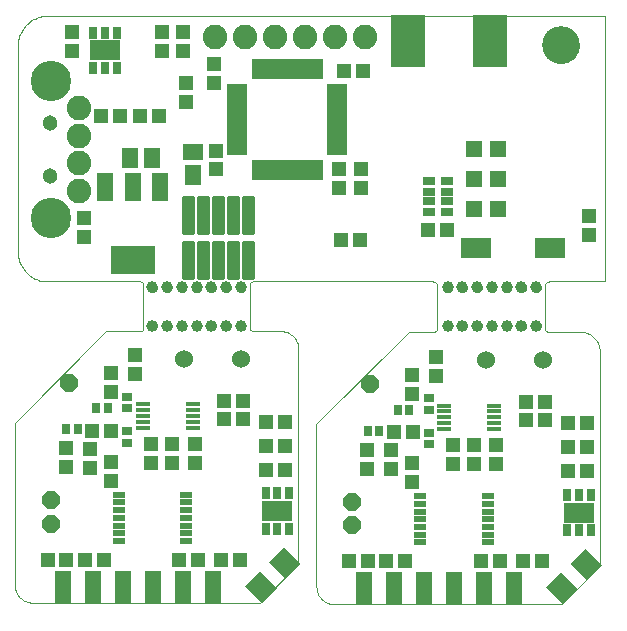
<source format=gts>
G75*
%MOIN*%
%OFA0B0*%
%FSLAX24Y24*%
%IPPOS*%
%LPD*%
%AMOC8*
5,1,8,0,0,1.08239X$1,22.5*
%
%ADD10C,0.0000*%
%ADD11C,0.1261*%
%ADD12C,0.0395*%
%ADD13R,0.0434X0.0218*%
%ADD14R,0.0474X0.0178*%
%ADD15R,0.0474X0.0454*%
%ADD16C,0.0600*%
%ADD17OC8,0.0595*%
%ADD18R,0.0454X0.0474*%
%ADD19R,0.0710X0.0790*%
%ADD20R,0.0257X0.0395*%
%ADD21R,0.1025X0.0671*%
%ADD22R,0.0312X0.0363*%
%ADD23R,0.0363X0.0312*%
%ADD24R,0.0580X0.1080*%
%ADD25R,0.0671X0.0198*%
%ADD26R,0.0198X0.0671*%
%ADD27R,0.0580X0.0330*%
%ADD28R,0.0330X0.0580*%
%ADD29C,0.0820*%
%ADD30R,0.0552X0.0552*%
%ADD31R,0.0395X0.0316*%
%ADD32R,0.0395X0.0277*%
%ADD33C,0.0128*%
%ADD34C,0.1346*%
%ADD35C,0.0513*%
%ADD36R,0.0533X0.0651*%
%ADD37R,0.0560X0.0960*%
%ADD38R,0.1497X0.0946*%
%ADD39R,0.1130X0.1730*%
%ADD40R,0.0986X0.0710*%
%ADD41OC8,0.0611*%
D10*
X005948Y000850D02*
X005948Y006275D01*
X008998Y009325D01*
X010153Y009325D01*
X010168Y009326D01*
X010182Y009331D01*
X010196Y009338D01*
X010207Y009348D01*
X010217Y009359D01*
X010224Y009373D01*
X010229Y009387D01*
X010230Y009402D01*
X010229Y009402D02*
X010229Y010880D01*
X010228Y010897D01*
X010223Y010914D01*
X010216Y010929D01*
X010206Y010943D01*
X010194Y010955D01*
X010180Y010965D01*
X010165Y010972D01*
X010148Y010977D01*
X010131Y010978D01*
X007031Y010978D01*
X007031Y010979D02*
X006969Y010981D01*
X006908Y010987D01*
X006847Y010996D01*
X006786Y011010D01*
X006727Y011027D01*
X006669Y011048D01*
X006612Y011073D01*
X006557Y011101D01*
X006504Y011132D01*
X006453Y011167D01*
X006404Y011205D01*
X006357Y011246D01*
X006314Y011289D01*
X006273Y011336D01*
X006235Y011385D01*
X006200Y011436D01*
X006169Y011489D01*
X006141Y011544D01*
X006116Y011601D01*
X006095Y011659D01*
X006078Y011718D01*
X006064Y011779D01*
X006055Y011840D01*
X006049Y011901D01*
X006047Y011963D01*
X006046Y011963D02*
X006046Y018852D01*
X006047Y018852D02*
X006049Y018914D01*
X006055Y018975D01*
X006064Y019036D01*
X006078Y019097D01*
X006095Y019156D01*
X006116Y019214D01*
X006141Y019271D01*
X006169Y019326D01*
X006200Y019379D01*
X006235Y019430D01*
X006273Y019479D01*
X006314Y019526D01*
X006357Y019569D01*
X006404Y019610D01*
X006453Y019648D01*
X006504Y019683D01*
X006557Y019714D01*
X006612Y019742D01*
X006669Y019767D01*
X006727Y019788D01*
X006786Y019805D01*
X006847Y019819D01*
X006908Y019828D01*
X006969Y019834D01*
X007031Y019836D01*
X007031Y019837D02*
X025633Y019837D01*
X025633Y010978D01*
X023763Y010978D01*
X023763Y010979D02*
X023740Y010977D01*
X023717Y010972D01*
X023696Y010963D01*
X023676Y010951D01*
X023658Y010936D01*
X023643Y010918D01*
X023631Y010898D01*
X023622Y010877D01*
X023617Y010854D01*
X023615Y010831D01*
X023615Y009404D01*
X023616Y009404D02*
X023617Y009387D01*
X023622Y009370D01*
X023629Y009355D01*
X023639Y009341D01*
X023651Y009329D01*
X023665Y009319D01*
X023680Y009312D01*
X023697Y009307D01*
X023714Y009306D01*
X023714Y009305D02*
X024796Y009305D01*
X024844Y009303D01*
X024891Y009298D01*
X024938Y009289D01*
X024985Y009277D01*
X025030Y009261D01*
X025074Y009242D01*
X025116Y009219D01*
X025157Y009194D01*
X025195Y009165D01*
X025231Y009134D01*
X025265Y009100D01*
X025296Y009064D01*
X025325Y009026D01*
X025350Y008985D01*
X025373Y008943D01*
X025392Y008899D01*
X025408Y008854D01*
X025420Y008807D01*
X025429Y008760D01*
X025434Y008713D01*
X025436Y008665D01*
X025436Y001488D01*
X024173Y000225D01*
X016573Y000225D01*
X016528Y000227D01*
X016483Y000232D01*
X016439Y000241D01*
X016395Y000253D01*
X016353Y000269D01*
X016312Y000288D01*
X016273Y000310D01*
X016235Y000335D01*
X016200Y000363D01*
X016166Y000393D01*
X016136Y000427D01*
X016108Y000462D01*
X016083Y000500D01*
X016061Y000539D01*
X016042Y000580D01*
X016026Y000622D01*
X016014Y000666D01*
X016005Y000710D01*
X016000Y000755D01*
X015998Y000800D01*
X015998Y006225D01*
X019078Y009305D01*
X019924Y009305D01*
X019924Y009306D02*
X019941Y009307D01*
X019958Y009312D01*
X019973Y009319D01*
X019987Y009329D01*
X019999Y009341D01*
X020009Y009355D01*
X020016Y009370D01*
X020021Y009387D01*
X020022Y009404D01*
X020023Y009404D02*
X020023Y010831D01*
X020021Y010854D01*
X020016Y010877D01*
X020007Y010898D01*
X019995Y010918D01*
X019980Y010936D01*
X019962Y010951D01*
X019942Y010963D01*
X019921Y010972D01*
X019898Y010977D01*
X019875Y010979D01*
X019875Y010978D02*
X013871Y010978D01*
X013871Y010979D02*
X013854Y010977D01*
X013837Y010973D01*
X013821Y010966D01*
X013807Y010956D01*
X013794Y010943D01*
X013784Y010929D01*
X013777Y010913D01*
X013773Y010896D01*
X013771Y010879D01*
X013771Y009451D01*
X013773Y009431D01*
X013777Y009412D01*
X013785Y009394D01*
X013795Y009377D01*
X013808Y009362D01*
X013823Y009349D01*
X013840Y009339D01*
X013858Y009331D01*
X013877Y009327D01*
X013897Y009325D01*
X014798Y009325D01*
X014845Y009323D01*
X014892Y009318D01*
X014938Y009308D01*
X014983Y009296D01*
X015028Y009279D01*
X015070Y009260D01*
X015111Y009237D01*
X015151Y009210D01*
X015188Y009181D01*
X015222Y009149D01*
X015254Y009115D01*
X015283Y009078D01*
X015310Y009038D01*
X015333Y008997D01*
X015352Y008955D01*
X015369Y008910D01*
X015381Y008865D01*
X015391Y008819D01*
X015396Y008772D01*
X015398Y008725D01*
X015398Y001550D01*
X014123Y000275D01*
X006523Y000275D01*
X006478Y000277D01*
X006433Y000282D01*
X006389Y000291D01*
X006345Y000303D01*
X006303Y000319D01*
X006262Y000338D01*
X006223Y000360D01*
X006185Y000385D01*
X006150Y000413D01*
X006116Y000443D01*
X006086Y000477D01*
X006058Y000512D01*
X006033Y000550D01*
X006011Y000589D01*
X005992Y000630D01*
X005976Y000672D01*
X005964Y000716D01*
X005955Y000760D01*
X005950Y000805D01*
X005948Y000850D01*
X010368Y009502D02*
X010370Y009527D01*
X010376Y009551D01*
X010385Y009573D01*
X010398Y009594D01*
X010414Y009613D01*
X010433Y009629D01*
X010454Y009642D01*
X010476Y009651D01*
X010500Y009657D01*
X010525Y009659D01*
X010550Y009657D01*
X010574Y009651D01*
X010596Y009642D01*
X010617Y009629D01*
X010636Y009613D01*
X010652Y009594D01*
X010665Y009573D01*
X010674Y009551D01*
X010680Y009527D01*
X010682Y009502D01*
X010680Y009477D01*
X010674Y009453D01*
X010665Y009431D01*
X010652Y009410D01*
X010636Y009391D01*
X010617Y009375D01*
X010596Y009362D01*
X010574Y009353D01*
X010550Y009347D01*
X010525Y009345D01*
X010500Y009347D01*
X010476Y009353D01*
X010454Y009362D01*
X010433Y009375D01*
X010414Y009391D01*
X010398Y009410D01*
X010385Y009431D01*
X010376Y009453D01*
X010370Y009477D01*
X010368Y009502D01*
X010860Y009502D02*
X010862Y009527D01*
X010868Y009551D01*
X010877Y009573D01*
X010890Y009594D01*
X010906Y009613D01*
X010925Y009629D01*
X010946Y009642D01*
X010968Y009651D01*
X010992Y009657D01*
X011017Y009659D01*
X011042Y009657D01*
X011066Y009651D01*
X011088Y009642D01*
X011109Y009629D01*
X011128Y009613D01*
X011144Y009594D01*
X011157Y009573D01*
X011166Y009551D01*
X011172Y009527D01*
X011174Y009502D01*
X011172Y009477D01*
X011166Y009453D01*
X011157Y009431D01*
X011144Y009410D01*
X011128Y009391D01*
X011109Y009375D01*
X011088Y009362D01*
X011066Y009353D01*
X011042Y009347D01*
X011017Y009345D01*
X010992Y009347D01*
X010968Y009353D01*
X010946Y009362D01*
X010925Y009375D01*
X010906Y009391D01*
X010890Y009410D01*
X010877Y009431D01*
X010868Y009453D01*
X010862Y009477D01*
X010860Y009502D01*
X011352Y009502D02*
X011354Y009527D01*
X011360Y009551D01*
X011369Y009573D01*
X011382Y009594D01*
X011398Y009613D01*
X011417Y009629D01*
X011438Y009642D01*
X011460Y009651D01*
X011484Y009657D01*
X011509Y009659D01*
X011534Y009657D01*
X011558Y009651D01*
X011580Y009642D01*
X011601Y009629D01*
X011620Y009613D01*
X011636Y009594D01*
X011649Y009573D01*
X011658Y009551D01*
X011664Y009527D01*
X011666Y009502D01*
X011664Y009477D01*
X011658Y009453D01*
X011649Y009431D01*
X011636Y009410D01*
X011620Y009391D01*
X011601Y009375D01*
X011580Y009362D01*
X011558Y009353D01*
X011534Y009347D01*
X011509Y009345D01*
X011484Y009347D01*
X011460Y009353D01*
X011438Y009362D01*
X011417Y009375D01*
X011398Y009391D01*
X011382Y009410D01*
X011369Y009431D01*
X011360Y009453D01*
X011354Y009477D01*
X011352Y009502D01*
X011844Y009502D02*
X011846Y009527D01*
X011852Y009551D01*
X011861Y009573D01*
X011874Y009594D01*
X011890Y009613D01*
X011909Y009629D01*
X011930Y009642D01*
X011952Y009651D01*
X011976Y009657D01*
X012001Y009659D01*
X012026Y009657D01*
X012050Y009651D01*
X012072Y009642D01*
X012093Y009629D01*
X012112Y009613D01*
X012128Y009594D01*
X012141Y009573D01*
X012150Y009551D01*
X012156Y009527D01*
X012158Y009502D01*
X012156Y009477D01*
X012150Y009453D01*
X012141Y009431D01*
X012128Y009410D01*
X012112Y009391D01*
X012093Y009375D01*
X012072Y009362D01*
X012050Y009353D01*
X012026Y009347D01*
X012001Y009345D01*
X011976Y009347D01*
X011952Y009353D01*
X011930Y009362D01*
X011909Y009375D01*
X011890Y009391D01*
X011874Y009410D01*
X011861Y009431D01*
X011852Y009453D01*
X011846Y009477D01*
X011844Y009502D01*
X012336Y009502D02*
X012338Y009527D01*
X012344Y009551D01*
X012353Y009573D01*
X012366Y009594D01*
X012382Y009613D01*
X012401Y009629D01*
X012422Y009642D01*
X012444Y009651D01*
X012468Y009657D01*
X012493Y009659D01*
X012518Y009657D01*
X012542Y009651D01*
X012564Y009642D01*
X012585Y009629D01*
X012604Y009613D01*
X012620Y009594D01*
X012633Y009573D01*
X012642Y009551D01*
X012648Y009527D01*
X012650Y009502D01*
X012648Y009477D01*
X012642Y009453D01*
X012633Y009431D01*
X012620Y009410D01*
X012604Y009391D01*
X012585Y009375D01*
X012564Y009362D01*
X012542Y009353D01*
X012518Y009347D01*
X012493Y009345D01*
X012468Y009347D01*
X012444Y009353D01*
X012422Y009362D01*
X012401Y009375D01*
X012382Y009391D01*
X012366Y009410D01*
X012353Y009431D01*
X012344Y009453D01*
X012338Y009477D01*
X012336Y009502D01*
X012828Y009502D02*
X012830Y009527D01*
X012836Y009551D01*
X012845Y009573D01*
X012858Y009594D01*
X012874Y009613D01*
X012893Y009629D01*
X012914Y009642D01*
X012936Y009651D01*
X012960Y009657D01*
X012985Y009659D01*
X013010Y009657D01*
X013034Y009651D01*
X013056Y009642D01*
X013077Y009629D01*
X013096Y009613D01*
X013112Y009594D01*
X013125Y009573D01*
X013134Y009551D01*
X013140Y009527D01*
X013142Y009502D01*
X013140Y009477D01*
X013134Y009453D01*
X013125Y009431D01*
X013112Y009410D01*
X013096Y009391D01*
X013077Y009375D01*
X013056Y009362D01*
X013034Y009353D01*
X013010Y009347D01*
X012985Y009345D01*
X012960Y009347D01*
X012936Y009353D01*
X012914Y009362D01*
X012893Y009375D01*
X012874Y009391D01*
X012858Y009410D01*
X012845Y009431D01*
X012836Y009453D01*
X012830Y009477D01*
X012828Y009502D01*
X013320Y009502D02*
X013322Y009527D01*
X013328Y009551D01*
X013337Y009573D01*
X013350Y009594D01*
X013366Y009613D01*
X013385Y009629D01*
X013406Y009642D01*
X013428Y009651D01*
X013452Y009657D01*
X013477Y009659D01*
X013502Y009657D01*
X013526Y009651D01*
X013548Y009642D01*
X013569Y009629D01*
X013588Y009613D01*
X013604Y009594D01*
X013617Y009573D01*
X013626Y009551D01*
X013632Y009527D01*
X013634Y009502D01*
X013632Y009477D01*
X013626Y009453D01*
X013617Y009431D01*
X013604Y009410D01*
X013588Y009391D01*
X013569Y009375D01*
X013548Y009362D01*
X013526Y009353D01*
X013502Y009347D01*
X013477Y009345D01*
X013452Y009347D01*
X013428Y009353D01*
X013406Y009362D01*
X013385Y009375D01*
X013366Y009391D01*
X013350Y009410D01*
X013337Y009431D01*
X013328Y009453D01*
X013322Y009477D01*
X013320Y009502D01*
X013320Y010781D02*
X013322Y010806D01*
X013328Y010830D01*
X013337Y010852D01*
X013350Y010873D01*
X013366Y010892D01*
X013385Y010908D01*
X013406Y010921D01*
X013428Y010930D01*
X013452Y010936D01*
X013477Y010938D01*
X013502Y010936D01*
X013526Y010930D01*
X013548Y010921D01*
X013569Y010908D01*
X013588Y010892D01*
X013604Y010873D01*
X013617Y010852D01*
X013626Y010830D01*
X013632Y010806D01*
X013634Y010781D01*
X013632Y010756D01*
X013626Y010732D01*
X013617Y010710D01*
X013604Y010689D01*
X013588Y010670D01*
X013569Y010654D01*
X013548Y010641D01*
X013526Y010632D01*
X013502Y010626D01*
X013477Y010624D01*
X013452Y010626D01*
X013428Y010632D01*
X013406Y010641D01*
X013385Y010654D01*
X013366Y010670D01*
X013350Y010689D01*
X013337Y010710D01*
X013328Y010732D01*
X013322Y010756D01*
X013320Y010781D01*
X012828Y010781D02*
X012830Y010806D01*
X012836Y010830D01*
X012845Y010852D01*
X012858Y010873D01*
X012874Y010892D01*
X012893Y010908D01*
X012914Y010921D01*
X012936Y010930D01*
X012960Y010936D01*
X012985Y010938D01*
X013010Y010936D01*
X013034Y010930D01*
X013056Y010921D01*
X013077Y010908D01*
X013096Y010892D01*
X013112Y010873D01*
X013125Y010852D01*
X013134Y010830D01*
X013140Y010806D01*
X013142Y010781D01*
X013140Y010756D01*
X013134Y010732D01*
X013125Y010710D01*
X013112Y010689D01*
X013096Y010670D01*
X013077Y010654D01*
X013056Y010641D01*
X013034Y010632D01*
X013010Y010626D01*
X012985Y010624D01*
X012960Y010626D01*
X012936Y010632D01*
X012914Y010641D01*
X012893Y010654D01*
X012874Y010670D01*
X012858Y010689D01*
X012845Y010710D01*
X012836Y010732D01*
X012830Y010756D01*
X012828Y010781D01*
X012336Y010781D02*
X012338Y010806D01*
X012344Y010830D01*
X012353Y010852D01*
X012366Y010873D01*
X012382Y010892D01*
X012401Y010908D01*
X012422Y010921D01*
X012444Y010930D01*
X012468Y010936D01*
X012493Y010938D01*
X012518Y010936D01*
X012542Y010930D01*
X012564Y010921D01*
X012585Y010908D01*
X012604Y010892D01*
X012620Y010873D01*
X012633Y010852D01*
X012642Y010830D01*
X012648Y010806D01*
X012650Y010781D01*
X012648Y010756D01*
X012642Y010732D01*
X012633Y010710D01*
X012620Y010689D01*
X012604Y010670D01*
X012585Y010654D01*
X012564Y010641D01*
X012542Y010632D01*
X012518Y010626D01*
X012493Y010624D01*
X012468Y010626D01*
X012444Y010632D01*
X012422Y010641D01*
X012401Y010654D01*
X012382Y010670D01*
X012366Y010689D01*
X012353Y010710D01*
X012344Y010732D01*
X012338Y010756D01*
X012336Y010781D01*
X011844Y010781D02*
X011846Y010806D01*
X011852Y010830D01*
X011861Y010852D01*
X011874Y010873D01*
X011890Y010892D01*
X011909Y010908D01*
X011930Y010921D01*
X011952Y010930D01*
X011976Y010936D01*
X012001Y010938D01*
X012026Y010936D01*
X012050Y010930D01*
X012072Y010921D01*
X012093Y010908D01*
X012112Y010892D01*
X012128Y010873D01*
X012141Y010852D01*
X012150Y010830D01*
X012156Y010806D01*
X012158Y010781D01*
X012156Y010756D01*
X012150Y010732D01*
X012141Y010710D01*
X012128Y010689D01*
X012112Y010670D01*
X012093Y010654D01*
X012072Y010641D01*
X012050Y010632D01*
X012026Y010626D01*
X012001Y010624D01*
X011976Y010626D01*
X011952Y010632D01*
X011930Y010641D01*
X011909Y010654D01*
X011890Y010670D01*
X011874Y010689D01*
X011861Y010710D01*
X011852Y010732D01*
X011846Y010756D01*
X011844Y010781D01*
X011352Y010781D02*
X011354Y010806D01*
X011360Y010830D01*
X011369Y010852D01*
X011382Y010873D01*
X011398Y010892D01*
X011417Y010908D01*
X011438Y010921D01*
X011460Y010930D01*
X011484Y010936D01*
X011509Y010938D01*
X011534Y010936D01*
X011558Y010930D01*
X011580Y010921D01*
X011601Y010908D01*
X011620Y010892D01*
X011636Y010873D01*
X011649Y010852D01*
X011658Y010830D01*
X011664Y010806D01*
X011666Y010781D01*
X011664Y010756D01*
X011658Y010732D01*
X011649Y010710D01*
X011636Y010689D01*
X011620Y010670D01*
X011601Y010654D01*
X011580Y010641D01*
X011558Y010632D01*
X011534Y010626D01*
X011509Y010624D01*
X011484Y010626D01*
X011460Y010632D01*
X011438Y010641D01*
X011417Y010654D01*
X011398Y010670D01*
X011382Y010689D01*
X011369Y010710D01*
X011360Y010732D01*
X011354Y010756D01*
X011352Y010781D01*
X010860Y010781D02*
X010862Y010806D01*
X010868Y010830D01*
X010877Y010852D01*
X010890Y010873D01*
X010906Y010892D01*
X010925Y010908D01*
X010946Y010921D01*
X010968Y010930D01*
X010992Y010936D01*
X011017Y010938D01*
X011042Y010936D01*
X011066Y010930D01*
X011088Y010921D01*
X011109Y010908D01*
X011128Y010892D01*
X011144Y010873D01*
X011157Y010852D01*
X011166Y010830D01*
X011172Y010806D01*
X011174Y010781D01*
X011172Y010756D01*
X011166Y010732D01*
X011157Y010710D01*
X011144Y010689D01*
X011128Y010670D01*
X011109Y010654D01*
X011088Y010641D01*
X011066Y010632D01*
X011042Y010626D01*
X011017Y010624D01*
X010992Y010626D01*
X010968Y010632D01*
X010946Y010641D01*
X010925Y010654D01*
X010906Y010670D01*
X010890Y010689D01*
X010877Y010710D01*
X010868Y010732D01*
X010862Y010756D01*
X010860Y010781D01*
X010368Y010781D02*
X010370Y010806D01*
X010376Y010830D01*
X010385Y010852D01*
X010398Y010873D01*
X010414Y010892D01*
X010433Y010908D01*
X010454Y010921D01*
X010476Y010930D01*
X010500Y010936D01*
X010525Y010938D01*
X010550Y010936D01*
X010574Y010930D01*
X010596Y010921D01*
X010617Y010908D01*
X010636Y010892D01*
X010652Y010873D01*
X010665Y010852D01*
X010674Y010830D01*
X010680Y010806D01*
X010682Y010781D01*
X010680Y010756D01*
X010674Y010732D01*
X010665Y010710D01*
X010652Y010689D01*
X010636Y010670D01*
X010617Y010654D01*
X010596Y010641D01*
X010574Y010632D01*
X010550Y010626D01*
X010525Y010624D01*
X010500Y010626D01*
X010476Y010632D01*
X010454Y010641D01*
X010433Y010654D01*
X010414Y010670D01*
X010398Y010689D01*
X010385Y010710D01*
X010376Y010732D01*
X010370Y010756D01*
X010368Y010781D01*
X006892Y014494D02*
X006894Y014523D01*
X006900Y014551D01*
X006909Y014579D01*
X006922Y014605D01*
X006939Y014628D01*
X006958Y014650D01*
X006980Y014669D01*
X007005Y014684D01*
X007031Y014697D01*
X007059Y014705D01*
X007087Y014710D01*
X007116Y014711D01*
X007145Y014708D01*
X007173Y014701D01*
X007200Y014691D01*
X007226Y014677D01*
X007249Y014660D01*
X007270Y014640D01*
X007288Y014617D01*
X007303Y014592D01*
X007314Y014565D01*
X007322Y014537D01*
X007326Y014508D01*
X007326Y014480D01*
X007322Y014451D01*
X007314Y014423D01*
X007303Y014396D01*
X007288Y014371D01*
X007270Y014348D01*
X007249Y014328D01*
X007226Y014311D01*
X007200Y014297D01*
X007173Y014287D01*
X007145Y014280D01*
X007116Y014277D01*
X007087Y014278D01*
X007059Y014283D01*
X007031Y014291D01*
X007005Y014304D01*
X006980Y014319D01*
X006958Y014338D01*
X006939Y014360D01*
X006922Y014383D01*
X006909Y014409D01*
X006900Y014437D01*
X006894Y014465D01*
X006892Y014494D01*
X006892Y016266D02*
X006894Y016295D01*
X006900Y016323D01*
X006909Y016351D01*
X006922Y016377D01*
X006939Y016400D01*
X006958Y016422D01*
X006980Y016441D01*
X007005Y016456D01*
X007031Y016469D01*
X007059Y016477D01*
X007087Y016482D01*
X007116Y016483D01*
X007145Y016480D01*
X007173Y016473D01*
X007200Y016463D01*
X007226Y016449D01*
X007249Y016432D01*
X007270Y016412D01*
X007288Y016389D01*
X007303Y016364D01*
X007314Y016337D01*
X007322Y016309D01*
X007326Y016280D01*
X007326Y016252D01*
X007322Y016223D01*
X007314Y016195D01*
X007303Y016168D01*
X007288Y016143D01*
X007270Y016120D01*
X007249Y016100D01*
X007226Y016083D01*
X007200Y016069D01*
X007173Y016059D01*
X007145Y016052D01*
X007116Y016049D01*
X007087Y016050D01*
X007059Y016055D01*
X007031Y016063D01*
X007005Y016076D01*
X006980Y016091D01*
X006958Y016110D01*
X006939Y016132D01*
X006922Y016155D01*
X006909Y016181D01*
X006900Y016209D01*
X006894Y016237D01*
X006892Y016266D01*
X020210Y010781D02*
X020212Y010806D01*
X020218Y010830D01*
X020227Y010852D01*
X020240Y010873D01*
X020256Y010892D01*
X020275Y010908D01*
X020296Y010921D01*
X020318Y010930D01*
X020342Y010936D01*
X020367Y010938D01*
X020392Y010936D01*
X020416Y010930D01*
X020438Y010921D01*
X020459Y010908D01*
X020478Y010892D01*
X020494Y010873D01*
X020507Y010852D01*
X020516Y010830D01*
X020522Y010806D01*
X020524Y010781D01*
X020522Y010756D01*
X020516Y010732D01*
X020507Y010710D01*
X020494Y010689D01*
X020478Y010670D01*
X020459Y010654D01*
X020438Y010641D01*
X020416Y010632D01*
X020392Y010626D01*
X020367Y010624D01*
X020342Y010626D01*
X020318Y010632D01*
X020296Y010641D01*
X020275Y010654D01*
X020256Y010670D01*
X020240Y010689D01*
X020227Y010710D01*
X020218Y010732D01*
X020212Y010756D01*
X020210Y010781D01*
X020702Y010781D02*
X020704Y010806D01*
X020710Y010830D01*
X020719Y010852D01*
X020732Y010873D01*
X020748Y010892D01*
X020767Y010908D01*
X020788Y010921D01*
X020810Y010930D01*
X020834Y010936D01*
X020859Y010938D01*
X020884Y010936D01*
X020908Y010930D01*
X020930Y010921D01*
X020951Y010908D01*
X020970Y010892D01*
X020986Y010873D01*
X020999Y010852D01*
X021008Y010830D01*
X021014Y010806D01*
X021016Y010781D01*
X021014Y010756D01*
X021008Y010732D01*
X020999Y010710D01*
X020986Y010689D01*
X020970Y010670D01*
X020951Y010654D01*
X020930Y010641D01*
X020908Y010632D01*
X020884Y010626D01*
X020859Y010624D01*
X020834Y010626D01*
X020810Y010632D01*
X020788Y010641D01*
X020767Y010654D01*
X020748Y010670D01*
X020732Y010689D01*
X020719Y010710D01*
X020710Y010732D01*
X020704Y010756D01*
X020702Y010781D01*
X021194Y010781D02*
X021196Y010806D01*
X021202Y010830D01*
X021211Y010852D01*
X021224Y010873D01*
X021240Y010892D01*
X021259Y010908D01*
X021280Y010921D01*
X021302Y010930D01*
X021326Y010936D01*
X021351Y010938D01*
X021376Y010936D01*
X021400Y010930D01*
X021422Y010921D01*
X021443Y010908D01*
X021462Y010892D01*
X021478Y010873D01*
X021491Y010852D01*
X021500Y010830D01*
X021506Y010806D01*
X021508Y010781D01*
X021506Y010756D01*
X021500Y010732D01*
X021491Y010710D01*
X021478Y010689D01*
X021462Y010670D01*
X021443Y010654D01*
X021422Y010641D01*
X021400Y010632D01*
X021376Y010626D01*
X021351Y010624D01*
X021326Y010626D01*
X021302Y010632D01*
X021280Y010641D01*
X021259Y010654D01*
X021240Y010670D01*
X021224Y010689D01*
X021211Y010710D01*
X021202Y010732D01*
X021196Y010756D01*
X021194Y010781D01*
X021687Y010781D02*
X021689Y010806D01*
X021695Y010830D01*
X021704Y010852D01*
X021717Y010873D01*
X021733Y010892D01*
X021752Y010908D01*
X021773Y010921D01*
X021795Y010930D01*
X021819Y010936D01*
X021844Y010938D01*
X021869Y010936D01*
X021893Y010930D01*
X021915Y010921D01*
X021936Y010908D01*
X021955Y010892D01*
X021971Y010873D01*
X021984Y010852D01*
X021993Y010830D01*
X021999Y010806D01*
X022001Y010781D01*
X021999Y010756D01*
X021993Y010732D01*
X021984Y010710D01*
X021971Y010689D01*
X021955Y010670D01*
X021936Y010654D01*
X021915Y010641D01*
X021893Y010632D01*
X021869Y010626D01*
X021844Y010624D01*
X021819Y010626D01*
X021795Y010632D01*
X021773Y010641D01*
X021752Y010654D01*
X021733Y010670D01*
X021717Y010689D01*
X021704Y010710D01*
X021695Y010732D01*
X021689Y010756D01*
X021687Y010781D01*
X022179Y010781D02*
X022181Y010806D01*
X022187Y010830D01*
X022196Y010852D01*
X022209Y010873D01*
X022225Y010892D01*
X022244Y010908D01*
X022265Y010921D01*
X022287Y010930D01*
X022311Y010936D01*
X022336Y010938D01*
X022361Y010936D01*
X022385Y010930D01*
X022407Y010921D01*
X022428Y010908D01*
X022447Y010892D01*
X022463Y010873D01*
X022476Y010852D01*
X022485Y010830D01*
X022491Y010806D01*
X022493Y010781D01*
X022491Y010756D01*
X022485Y010732D01*
X022476Y010710D01*
X022463Y010689D01*
X022447Y010670D01*
X022428Y010654D01*
X022407Y010641D01*
X022385Y010632D01*
X022361Y010626D01*
X022336Y010624D01*
X022311Y010626D01*
X022287Y010632D01*
X022265Y010641D01*
X022244Y010654D01*
X022225Y010670D01*
X022209Y010689D01*
X022196Y010710D01*
X022187Y010732D01*
X022181Y010756D01*
X022179Y010781D01*
X022671Y010781D02*
X022673Y010806D01*
X022679Y010830D01*
X022688Y010852D01*
X022701Y010873D01*
X022717Y010892D01*
X022736Y010908D01*
X022757Y010921D01*
X022779Y010930D01*
X022803Y010936D01*
X022828Y010938D01*
X022853Y010936D01*
X022877Y010930D01*
X022899Y010921D01*
X022920Y010908D01*
X022939Y010892D01*
X022955Y010873D01*
X022968Y010852D01*
X022977Y010830D01*
X022983Y010806D01*
X022985Y010781D01*
X022983Y010756D01*
X022977Y010732D01*
X022968Y010710D01*
X022955Y010689D01*
X022939Y010670D01*
X022920Y010654D01*
X022899Y010641D01*
X022877Y010632D01*
X022853Y010626D01*
X022828Y010624D01*
X022803Y010626D01*
X022779Y010632D01*
X022757Y010641D01*
X022736Y010654D01*
X022717Y010670D01*
X022701Y010689D01*
X022688Y010710D01*
X022679Y010732D01*
X022673Y010756D01*
X022671Y010781D01*
X023163Y010781D02*
X023165Y010806D01*
X023171Y010830D01*
X023180Y010852D01*
X023193Y010873D01*
X023209Y010892D01*
X023228Y010908D01*
X023249Y010921D01*
X023271Y010930D01*
X023295Y010936D01*
X023320Y010938D01*
X023345Y010936D01*
X023369Y010930D01*
X023391Y010921D01*
X023412Y010908D01*
X023431Y010892D01*
X023447Y010873D01*
X023460Y010852D01*
X023469Y010830D01*
X023475Y010806D01*
X023477Y010781D01*
X023475Y010756D01*
X023469Y010732D01*
X023460Y010710D01*
X023447Y010689D01*
X023431Y010670D01*
X023412Y010654D01*
X023391Y010641D01*
X023369Y010632D01*
X023345Y010626D01*
X023320Y010624D01*
X023295Y010626D01*
X023271Y010632D01*
X023249Y010641D01*
X023228Y010654D01*
X023209Y010670D01*
X023193Y010689D01*
X023180Y010710D01*
X023171Y010732D01*
X023165Y010756D01*
X023163Y010781D01*
X023163Y009502D02*
X023165Y009527D01*
X023171Y009551D01*
X023180Y009573D01*
X023193Y009594D01*
X023209Y009613D01*
X023228Y009629D01*
X023249Y009642D01*
X023271Y009651D01*
X023295Y009657D01*
X023320Y009659D01*
X023345Y009657D01*
X023369Y009651D01*
X023391Y009642D01*
X023412Y009629D01*
X023431Y009613D01*
X023447Y009594D01*
X023460Y009573D01*
X023469Y009551D01*
X023475Y009527D01*
X023477Y009502D01*
X023475Y009477D01*
X023469Y009453D01*
X023460Y009431D01*
X023447Y009410D01*
X023431Y009391D01*
X023412Y009375D01*
X023391Y009362D01*
X023369Y009353D01*
X023345Y009347D01*
X023320Y009345D01*
X023295Y009347D01*
X023271Y009353D01*
X023249Y009362D01*
X023228Y009375D01*
X023209Y009391D01*
X023193Y009410D01*
X023180Y009431D01*
X023171Y009453D01*
X023165Y009477D01*
X023163Y009502D01*
X022671Y009502D02*
X022673Y009527D01*
X022679Y009551D01*
X022688Y009573D01*
X022701Y009594D01*
X022717Y009613D01*
X022736Y009629D01*
X022757Y009642D01*
X022779Y009651D01*
X022803Y009657D01*
X022828Y009659D01*
X022853Y009657D01*
X022877Y009651D01*
X022899Y009642D01*
X022920Y009629D01*
X022939Y009613D01*
X022955Y009594D01*
X022968Y009573D01*
X022977Y009551D01*
X022983Y009527D01*
X022985Y009502D01*
X022983Y009477D01*
X022977Y009453D01*
X022968Y009431D01*
X022955Y009410D01*
X022939Y009391D01*
X022920Y009375D01*
X022899Y009362D01*
X022877Y009353D01*
X022853Y009347D01*
X022828Y009345D01*
X022803Y009347D01*
X022779Y009353D01*
X022757Y009362D01*
X022736Y009375D01*
X022717Y009391D01*
X022701Y009410D01*
X022688Y009431D01*
X022679Y009453D01*
X022673Y009477D01*
X022671Y009502D01*
X022179Y009502D02*
X022181Y009527D01*
X022187Y009551D01*
X022196Y009573D01*
X022209Y009594D01*
X022225Y009613D01*
X022244Y009629D01*
X022265Y009642D01*
X022287Y009651D01*
X022311Y009657D01*
X022336Y009659D01*
X022361Y009657D01*
X022385Y009651D01*
X022407Y009642D01*
X022428Y009629D01*
X022447Y009613D01*
X022463Y009594D01*
X022476Y009573D01*
X022485Y009551D01*
X022491Y009527D01*
X022493Y009502D01*
X022491Y009477D01*
X022485Y009453D01*
X022476Y009431D01*
X022463Y009410D01*
X022447Y009391D01*
X022428Y009375D01*
X022407Y009362D01*
X022385Y009353D01*
X022361Y009347D01*
X022336Y009345D01*
X022311Y009347D01*
X022287Y009353D01*
X022265Y009362D01*
X022244Y009375D01*
X022225Y009391D01*
X022209Y009410D01*
X022196Y009431D01*
X022187Y009453D01*
X022181Y009477D01*
X022179Y009502D01*
X021687Y009502D02*
X021689Y009527D01*
X021695Y009551D01*
X021704Y009573D01*
X021717Y009594D01*
X021733Y009613D01*
X021752Y009629D01*
X021773Y009642D01*
X021795Y009651D01*
X021819Y009657D01*
X021844Y009659D01*
X021869Y009657D01*
X021893Y009651D01*
X021915Y009642D01*
X021936Y009629D01*
X021955Y009613D01*
X021971Y009594D01*
X021984Y009573D01*
X021993Y009551D01*
X021999Y009527D01*
X022001Y009502D01*
X021999Y009477D01*
X021993Y009453D01*
X021984Y009431D01*
X021971Y009410D01*
X021955Y009391D01*
X021936Y009375D01*
X021915Y009362D01*
X021893Y009353D01*
X021869Y009347D01*
X021844Y009345D01*
X021819Y009347D01*
X021795Y009353D01*
X021773Y009362D01*
X021752Y009375D01*
X021733Y009391D01*
X021717Y009410D01*
X021704Y009431D01*
X021695Y009453D01*
X021689Y009477D01*
X021687Y009502D01*
X021194Y009502D02*
X021196Y009527D01*
X021202Y009551D01*
X021211Y009573D01*
X021224Y009594D01*
X021240Y009613D01*
X021259Y009629D01*
X021280Y009642D01*
X021302Y009651D01*
X021326Y009657D01*
X021351Y009659D01*
X021376Y009657D01*
X021400Y009651D01*
X021422Y009642D01*
X021443Y009629D01*
X021462Y009613D01*
X021478Y009594D01*
X021491Y009573D01*
X021500Y009551D01*
X021506Y009527D01*
X021508Y009502D01*
X021506Y009477D01*
X021500Y009453D01*
X021491Y009431D01*
X021478Y009410D01*
X021462Y009391D01*
X021443Y009375D01*
X021422Y009362D01*
X021400Y009353D01*
X021376Y009347D01*
X021351Y009345D01*
X021326Y009347D01*
X021302Y009353D01*
X021280Y009362D01*
X021259Y009375D01*
X021240Y009391D01*
X021224Y009410D01*
X021211Y009431D01*
X021202Y009453D01*
X021196Y009477D01*
X021194Y009502D01*
X020702Y009502D02*
X020704Y009527D01*
X020710Y009551D01*
X020719Y009573D01*
X020732Y009594D01*
X020748Y009613D01*
X020767Y009629D01*
X020788Y009642D01*
X020810Y009651D01*
X020834Y009657D01*
X020859Y009659D01*
X020884Y009657D01*
X020908Y009651D01*
X020930Y009642D01*
X020951Y009629D01*
X020970Y009613D01*
X020986Y009594D01*
X020999Y009573D01*
X021008Y009551D01*
X021014Y009527D01*
X021016Y009502D01*
X021014Y009477D01*
X021008Y009453D01*
X020999Y009431D01*
X020986Y009410D01*
X020970Y009391D01*
X020951Y009375D01*
X020930Y009362D01*
X020908Y009353D01*
X020884Y009347D01*
X020859Y009345D01*
X020834Y009347D01*
X020810Y009353D01*
X020788Y009362D01*
X020767Y009375D01*
X020748Y009391D01*
X020732Y009410D01*
X020719Y009431D01*
X020710Y009453D01*
X020704Y009477D01*
X020702Y009502D01*
X020210Y009502D02*
X020212Y009527D01*
X020218Y009551D01*
X020227Y009573D01*
X020240Y009594D01*
X020256Y009613D01*
X020275Y009629D01*
X020296Y009642D01*
X020318Y009651D01*
X020342Y009657D01*
X020367Y009659D01*
X020392Y009657D01*
X020416Y009651D01*
X020438Y009642D01*
X020459Y009629D01*
X020478Y009613D01*
X020494Y009594D01*
X020507Y009573D01*
X020516Y009551D01*
X020522Y009527D01*
X020524Y009502D01*
X020522Y009477D01*
X020516Y009453D01*
X020507Y009431D01*
X020494Y009410D01*
X020478Y009391D01*
X020459Y009375D01*
X020438Y009362D01*
X020416Y009353D01*
X020392Y009347D01*
X020367Y009345D01*
X020342Y009347D01*
X020318Y009353D01*
X020296Y009362D01*
X020275Y009375D01*
X020256Y009391D01*
X020240Y009410D01*
X020227Y009431D01*
X020218Y009453D01*
X020212Y009477D01*
X020210Y009502D01*
X023562Y018857D02*
X023564Y018905D01*
X023570Y018953D01*
X023580Y019000D01*
X023593Y019046D01*
X023611Y019091D01*
X023631Y019135D01*
X023656Y019177D01*
X023684Y019216D01*
X023714Y019253D01*
X023748Y019287D01*
X023785Y019319D01*
X023823Y019348D01*
X023864Y019373D01*
X023907Y019395D01*
X023952Y019413D01*
X023998Y019427D01*
X024045Y019438D01*
X024093Y019445D01*
X024141Y019448D01*
X024189Y019447D01*
X024237Y019442D01*
X024285Y019433D01*
X024331Y019421D01*
X024376Y019404D01*
X024420Y019384D01*
X024462Y019361D01*
X024502Y019334D01*
X024540Y019304D01*
X024575Y019271D01*
X024607Y019235D01*
X024637Y019197D01*
X024663Y019156D01*
X024685Y019113D01*
X024705Y019069D01*
X024720Y019024D01*
X024732Y018977D01*
X024740Y018929D01*
X024744Y018881D01*
X024744Y018833D01*
X024740Y018785D01*
X024732Y018737D01*
X024720Y018690D01*
X024705Y018645D01*
X024685Y018601D01*
X024663Y018558D01*
X024637Y018517D01*
X024607Y018479D01*
X024575Y018443D01*
X024540Y018410D01*
X024502Y018380D01*
X024462Y018353D01*
X024420Y018330D01*
X024376Y018310D01*
X024331Y018293D01*
X024285Y018281D01*
X024237Y018272D01*
X024189Y018267D01*
X024141Y018266D01*
X024093Y018269D01*
X024045Y018276D01*
X023998Y018287D01*
X023952Y018301D01*
X023907Y018319D01*
X023864Y018341D01*
X023823Y018366D01*
X023785Y018395D01*
X023748Y018427D01*
X023714Y018461D01*
X023684Y018498D01*
X023656Y018537D01*
X023631Y018579D01*
X023611Y018623D01*
X023593Y018668D01*
X023580Y018714D01*
X023570Y018761D01*
X023564Y018809D01*
X023562Y018857D01*
D11*
X024153Y018857D03*
D12*
X023320Y010781D03*
X022828Y010781D03*
X022336Y010781D03*
X021844Y010781D03*
X021351Y010781D03*
X020859Y010781D03*
X020367Y010781D03*
X020367Y009502D03*
X020859Y009502D03*
X021351Y009502D03*
X021844Y009502D03*
X022336Y009502D03*
X022828Y009502D03*
X023320Y009502D03*
X013477Y009502D03*
X012985Y009502D03*
X012493Y009502D03*
X012001Y009502D03*
X011509Y009502D03*
X011017Y009502D03*
X010525Y009502D03*
X010525Y010781D03*
X011017Y010781D03*
X011509Y010781D03*
X012001Y010781D03*
X012493Y010781D03*
X012985Y010781D03*
X013477Y010781D03*
D13*
X011660Y003868D03*
X011660Y003612D03*
X011660Y003356D03*
X011660Y003100D03*
X011660Y002844D03*
X011660Y002588D03*
X011660Y002332D03*
X009416Y002332D03*
X009416Y002588D03*
X009416Y002844D03*
X009416Y003100D03*
X009416Y003356D03*
X009416Y003612D03*
X009416Y003868D03*
X019466Y003818D03*
X019466Y003562D03*
X019466Y003306D03*
X019466Y003050D03*
X019466Y002794D03*
X019466Y002538D03*
X019466Y002282D03*
X021710Y002282D03*
X021710Y002538D03*
X021710Y002794D03*
X021710Y003050D03*
X021710Y003306D03*
X021710Y003562D03*
X021710Y003818D03*
D14*
X021930Y006056D03*
X021930Y006253D03*
X021930Y006450D03*
X021930Y006647D03*
X021930Y006844D03*
X020266Y006844D03*
X020266Y006647D03*
X020266Y006450D03*
X020266Y006253D03*
X020266Y006056D03*
X011880Y006106D03*
X011880Y006303D03*
X011880Y006500D03*
X011880Y006697D03*
X011880Y006894D03*
X010216Y006894D03*
X010216Y006697D03*
X010216Y006500D03*
X010216Y006303D03*
X010216Y006106D03*
D15*
X010498Y005565D03*
X010498Y004935D03*
X011198Y004935D03*
X011948Y004935D03*
X011948Y005565D03*
X011198Y005565D03*
X009148Y004965D03*
X009148Y004335D03*
X008448Y004775D03*
X008448Y005405D03*
X007648Y005415D03*
X007648Y004785D03*
X009148Y007285D03*
X009148Y007915D03*
X009949Y007885D03*
X009949Y008515D03*
X008248Y012465D03*
X008248Y013095D03*
X012654Y014714D03*
X012654Y015344D03*
X011648Y016965D03*
X011648Y017595D03*
X012598Y017590D03*
X012598Y018220D03*
X011548Y018665D03*
X011548Y019295D03*
X010848Y019295D03*
X010848Y018665D03*
X007848Y018665D03*
X007848Y019295D03*
X016748Y014720D03*
X017498Y014720D03*
X017498Y014090D03*
X016748Y014090D03*
X019999Y008465D03*
X019999Y007835D03*
X019198Y007865D03*
X019198Y007235D03*
X020548Y005515D03*
X020548Y004885D03*
X021248Y004885D03*
X021998Y004885D03*
X021998Y005515D03*
X021248Y005515D03*
X019198Y004915D03*
X019198Y004285D03*
X018498Y004725D03*
X018498Y005355D03*
X017698Y005365D03*
X017698Y004735D03*
X025090Y012532D03*
X025090Y013162D03*
D16*
X023549Y008348D03*
X021649Y008348D03*
X013499Y008398D03*
X011599Y008398D03*
D17*
X007148Y003694D03*
X007148Y002906D03*
X017198Y002856D03*
X017198Y003644D03*
D18*
X014963Y004700D03*
X014333Y004700D03*
X014333Y005500D03*
X014963Y005500D03*
X014963Y006300D03*
X014333Y006300D03*
X013563Y006398D03*
X013563Y007000D03*
X012933Y007000D03*
X012933Y006398D03*
X009163Y006000D03*
X008533Y006000D03*
X008283Y001700D03*
X007664Y001700D03*
X007034Y001700D03*
X008913Y001700D03*
X011433Y001700D03*
X012063Y001700D03*
X012833Y001700D03*
X013463Y001700D03*
X017084Y001650D03*
X017714Y001650D03*
X018333Y001650D03*
X018963Y001650D03*
X021483Y001650D03*
X022113Y001650D03*
X022883Y001650D03*
X023513Y001650D03*
X024383Y004650D03*
X025013Y004650D03*
X025013Y005450D03*
X024383Y005450D03*
X024383Y006250D03*
X025013Y006250D03*
X023613Y006348D03*
X022983Y006348D03*
X022983Y006950D03*
X023613Y006950D03*
X019213Y005950D03*
X018583Y005950D03*
X017463Y012361D03*
X016833Y012361D03*
X019733Y012680D03*
X020363Y012680D03*
X017563Y018011D03*
X016933Y018011D03*
X010763Y016480D03*
X010133Y016480D03*
X009463Y016480D03*
X008833Y016480D03*
D19*
G36*
X014406Y001624D02*
X014908Y002126D01*
X015466Y001568D01*
X014964Y001066D01*
X014406Y001624D01*
G37*
G36*
X013614Y000832D02*
X014116Y001334D01*
X014674Y000776D01*
X014172Y000274D01*
X013614Y000832D01*
G37*
G36*
X023664Y000782D02*
X024166Y001284D01*
X024724Y000726D01*
X024222Y000224D01*
X023664Y000782D01*
G37*
G36*
X024456Y001574D02*
X024958Y002076D01*
X025516Y001518D01*
X025014Y001016D01*
X024456Y001574D01*
G37*
D20*
X024352Y002681D03*
X024746Y002681D03*
X025140Y002681D03*
X025140Y003862D03*
X024746Y003862D03*
X024352Y003862D03*
X015090Y003912D03*
X014696Y003912D03*
X014302Y003912D03*
X014302Y002731D03*
X014696Y002731D03*
X015090Y002731D03*
X009342Y018089D03*
X008948Y018089D03*
X008554Y018089D03*
X008554Y019270D03*
X008948Y019270D03*
X009342Y019270D03*
D21*
X008948Y018680D03*
X014696Y003321D03*
X024746Y003271D03*
D22*
X019087Y006700D03*
X018709Y006700D03*
X018087Y006000D03*
X017709Y006000D03*
X009037Y006750D03*
X008659Y006750D03*
X008037Y006050D03*
X007659Y006050D03*
D23*
X009698Y005989D03*
X009698Y005611D03*
X009698Y006761D03*
X009698Y007139D03*
X019748Y007089D03*
X019748Y006711D03*
X019748Y005939D03*
X019748Y005561D03*
D24*
X019598Y000750D03*
X020598Y000750D03*
X021598Y000750D03*
X022598Y000750D03*
X018598Y000750D03*
X017598Y000750D03*
X012548Y000800D03*
X011548Y000800D03*
X010548Y000800D03*
X009548Y000800D03*
X008548Y000800D03*
X007548Y000800D03*
D25*
X013349Y015297D03*
X013349Y015494D03*
X013349Y015691D03*
X013349Y015888D03*
X013349Y016085D03*
X013349Y016281D03*
X013349Y016478D03*
X013349Y016675D03*
X013349Y016872D03*
X013349Y017069D03*
X013349Y017266D03*
X013349Y017463D03*
X016696Y017463D03*
X016696Y017266D03*
X016696Y017069D03*
X016696Y016872D03*
X016696Y016675D03*
X016696Y016478D03*
X016696Y016281D03*
X016696Y016085D03*
X016696Y015888D03*
X016696Y015691D03*
X016696Y015494D03*
X016696Y015297D03*
D26*
X016105Y014707D03*
X015909Y014707D03*
X015712Y014707D03*
X015515Y014707D03*
X015318Y014707D03*
X015121Y014707D03*
X014924Y014707D03*
X014727Y014707D03*
X014531Y014707D03*
X014334Y014707D03*
X014137Y014707D03*
X013940Y014707D03*
X013940Y018053D03*
X014137Y018053D03*
X014334Y018053D03*
X014531Y018053D03*
X014727Y018053D03*
X014924Y018053D03*
X015121Y018053D03*
X015318Y018053D03*
X015515Y018053D03*
X015712Y018053D03*
X015909Y018053D03*
X016105Y018053D03*
D27*
X011892Y014679D03*
X011892Y014355D03*
D28*
X012047Y015286D03*
X011723Y015286D03*
D29*
X008093Y014936D03*
X008093Y015824D03*
X008093Y016758D03*
X008093Y014002D03*
X012616Y019130D03*
X013616Y019130D03*
X014616Y019130D03*
X015616Y019130D03*
X016616Y019130D03*
X017616Y019130D03*
D30*
X021234Y015380D03*
X022061Y015380D03*
X022061Y014380D03*
X021234Y014380D03*
X021234Y013380D03*
X022061Y013380D03*
D31*
X020343Y013309D03*
X019753Y013309D03*
X019753Y014313D03*
X020343Y014313D03*
D32*
X020343Y013969D03*
X020343Y013654D03*
X019753Y013654D03*
X019753Y013969D03*
D33*
X013579Y013756D02*
X013579Y012604D01*
X013579Y013756D02*
X013891Y013756D01*
X013891Y012604D01*
X013579Y012604D01*
X013579Y012731D02*
X013891Y012731D01*
X013891Y012858D02*
X013579Y012858D01*
X013579Y012985D02*
X013891Y012985D01*
X013891Y013112D02*
X013579Y013112D01*
X013579Y013239D02*
X013891Y013239D01*
X013891Y013366D02*
X013579Y013366D01*
X013579Y013493D02*
X013891Y013493D01*
X013891Y013620D02*
X013579Y013620D01*
X013579Y013747D02*
X013891Y013747D01*
X013079Y013756D02*
X013079Y012604D01*
X013079Y013756D02*
X013391Y013756D01*
X013391Y012604D01*
X013079Y012604D01*
X013079Y012731D02*
X013391Y012731D01*
X013391Y012858D02*
X013079Y012858D01*
X013079Y012985D02*
X013391Y012985D01*
X013391Y013112D02*
X013079Y013112D01*
X013079Y013239D02*
X013391Y013239D01*
X013391Y013366D02*
X013079Y013366D01*
X013079Y013493D02*
X013391Y013493D01*
X013391Y013620D02*
X013079Y013620D01*
X013079Y013747D02*
X013391Y013747D01*
X012579Y013756D02*
X012579Y012604D01*
X012579Y013756D02*
X012891Y013756D01*
X012891Y012604D01*
X012579Y012604D01*
X012579Y012731D02*
X012891Y012731D01*
X012891Y012858D02*
X012579Y012858D01*
X012579Y012985D02*
X012891Y012985D01*
X012891Y013112D02*
X012579Y013112D01*
X012579Y013239D02*
X012891Y013239D01*
X012891Y013366D02*
X012579Y013366D01*
X012579Y013493D02*
X012891Y013493D01*
X012891Y013620D02*
X012579Y013620D01*
X012579Y013747D02*
X012891Y013747D01*
X012079Y013756D02*
X012079Y012604D01*
X012079Y013756D02*
X012391Y013756D01*
X012391Y012604D01*
X012079Y012604D01*
X012079Y012731D02*
X012391Y012731D01*
X012391Y012858D02*
X012079Y012858D01*
X012079Y012985D02*
X012391Y012985D01*
X012391Y013112D02*
X012079Y013112D01*
X012079Y013239D02*
X012391Y013239D01*
X012391Y013366D02*
X012079Y013366D01*
X012079Y013493D02*
X012391Y013493D01*
X012391Y013620D02*
X012079Y013620D01*
X012079Y013747D02*
X012391Y013747D01*
X011579Y013756D02*
X011579Y012604D01*
X011579Y013756D02*
X011891Y013756D01*
X011891Y012604D01*
X011579Y012604D01*
X011579Y012731D02*
X011891Y012731D01*
X011891Y012858D02*
X011579Y012858D01*
X011579Y012985D02*
X011891Y012985D01*
X011891Y013112D02*
X011579Y013112D01*
X011579Y013239D02*
X011891Y013239D01*
X011891Y013366D02*
X011579Y013366D01*
X011579Y013493D02*
X011891Y013493D01*
X011891Y013620D02*
X011579Y013620D01*
X011579Y013747D02*
X011891Y013747D01*
X011579Y012256D02*
X011579Y011104D01*
X011579Y012256D02*
X011891Y012256D01*
X011891Y011104D01*
X011579Y011104D01*
X011579Y011231D02*
X011891Y011231D01*
X011891Y011358D02*
X011579Y011358D01*
X011579Y011485D02*
X011891Y011485D01*
X011891Y011612D02*
X011579Y011612D01*
X011579Y011739D02*
X011891Y011739D01*
X011891Y011866D02*
X011579Y011866D01*
X011579Y011993D02*
X011891Y011993D01*
X011891Y012120D02*
X011579Y012120D01*
X011579Y012247D02*
X011891Y012247D01*
X012079Y012256D02*
X012079Y011104D01*
X012079Y012256D02*
X012391Y012256D01*
X012391Y011104D01*
X012079Y011104D01*
X012079Y011231D02*
X012391Y011231D01*
X012391Y011358D02*
X012079Y011358D01*
X012079Y011485D02*
X012391Y011485D01*
X012391Y011612D02*
X012079Y011612D01*
X012079Y011739D02*
X012391Y011739D01*
X012391Y011866D02*
X012079Y011866D01*
X012079Y011993D02*
X012391Y011993D01*
X012391Y012120D02*
X012079Y012120D01*
X012079Y012247D02*
X012391Y012247D01*
X012579Y012256D02*
X012579Y011104D01*
X012579Y012256D02*
X012891Y012256D01*
X012891Y011104D01*
X012579Y011104D01*
X012579Y011231D02*
X012891Y011231D01*
X012891Y011358D02*
X012579Y011358D01*
X012579Y011485D02*
X012891Y011485D01*
X012891Y011612D02*
X012579Y011612D01*
X012579Y011739D02*
X012891Y011739D01*
X012891Y011866D02*
X012579Y011866D01*
X012579Y011993D02*
X012891Y011993D01*
X012891Y012120D02*
X012579Y012120D01*
X012579Y012247D02*
X012891Y012247D01*
X013079Y012256D02*
X013079Y011104D01*
X013079Y012256D02*
X013391Y012256D01*
X013391Y011104D01*
X013079Y011104D01*
X013079Y011231D02*
X013391Y011231D01*
X013391Y011358D02*
X013079Y011358D01*
X013079Y011485D02*
X013391Y011485D01*
X013391Y011612D02*
X013079Y011612D01*
X013079Y011739D02*
X013391Y011739D01*
X013391Y011866D02*
X013079Y011866D01*
X013079Y011993D02*
X013391Y011993D01*
X013391Y012120D02*
X013079Y012120D01*
X013079Y012247D02*
X013391Y012247D01*
X013579Y012256D02*
X013579Y011104D01*
X013579Y012256D02*
X013891Y012256D01*
X013891Y011104D01*
X013579Y011104D01*
X013579Y011231D02*
X013891Y011231D01*
X013891Y011358D02*
X013579Y011358D01*
X013579Y011485D02*
X013891Y011485D01*
X013891Y011612D02*
X013579Y011612D01*
X013579Y011739D02*
X013891Y011739D01*
X013891Y011866D02*
X013579Y011866D01*
X013579Y011993D02*
X013891Y011993D01*
X013891Y012120D02*
X013579Y012120D01*
X013579Y012247D02*
X013891Y012247D01*
D34*
X007148Y013096D03*
X007148Y017663D03*
D35*
X007109Y016266D03*
X007109Y014494D03*
D36*
X009794Y015080D03*
X010502Y015080D03*
D37*
X010778Y014143D03*
X009868Y014143D03*
X008958Y014143D03*
D38*
X009868Y011703D03*
D39*
X019041Y019005D03*
X021792Y019005D03*
D40*
X021308Y012080D03*
X023788Y012080D03*
D41*
X017798Y007550D03*
X007748Y007600D03*
M02*

</source>
